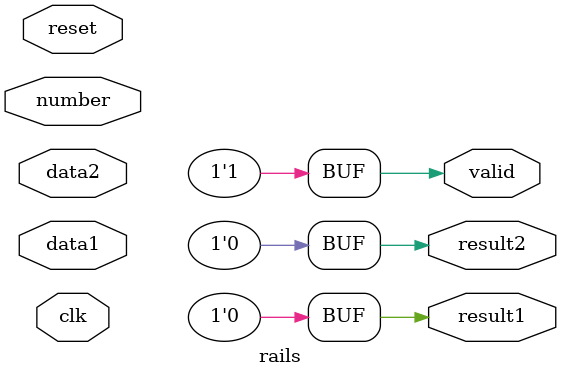
<source format=v>
module rails(clk, reset, number, data1, data2, valid, result1, result2);

input        clk;
input        reset;
input  [3:0] number;
input  [3:0] data1;
input  [3:0] data2;
output  reg     valid;
output  reg     result1; 
output  reg     result2;

assign valid = 1;
assign result1 = 0;
assign result2 = 0;
/*
  localparam NUMBER_IN = 4'd0;
  localparam DATA_IN = 4'd1;
  localparam STATION_POP_1 = 4'd2;
  localparam STATION_PUSH_1 = 4'd3;
  localparam OUT_1 = 4'd4;
  localparam WAIT_1 = 4'd5;
  localparam STATION_POP_2 = 4'd6;
  localparam STATION_PUSH_2 = 4'd7;
  localparam OUT_2 = 4'd8;
  localparam WAIT_2 = 4'd9;

  reg [3:0] state, nextState;
  reg [3:0] num;            // record the number of coming trains
  reg [3:0] index_1;          // index_1 of sequence of departure order_1
  reg [3:0] index_2;          // index_1 of sequence of departure order_1
  reg [3:0] order_1 [9:0];    // data array to store departure order_1
  reg [3:0] order_2 [9:0];    // data array to store departure order_1
  reg [3:0] station_index_1;  // index_1 of the stack
  reg [3:0] station_index_2;  // index_1 of the stack
  reg [3:0] station_1 [9:0];  // data array that acts as stack
  reg [3:0] station_2 [9:0];  // data array that acts as stack
  reg [3:0] sequence_index_1; // count of arrived trains
  reg [3:0] sequence_index_2; // count of arrived trains
  
  wire [3:0] station_index_1_minus_one = station_index_1-4'd1;
  wire [3:0] station_index_2_minus_one = station_index_2-4'd1;
  reg result1_reg;
*/
endmodule
</source>
